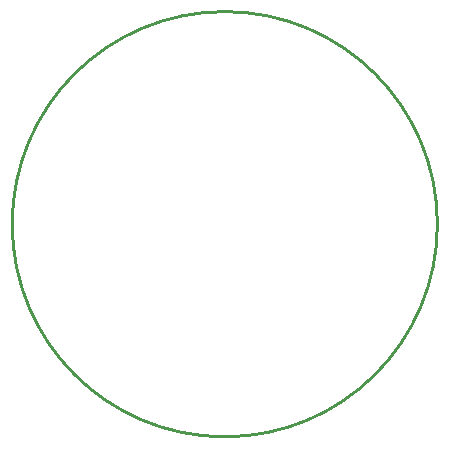
<source format=gm1>
G04*
G04 #@! TF.GenerationSoftware,Altium Limited,Altium Designer,20.0.2 (26)*
G04*
G04 Layer_Color=16711935*
%FSLAX44Y44*%
%MOMM*%
G71*
G01*
G75*
%ADD11C,0.2540*%
D11*
X180000Y0D02*
G03*
X180000Y0I-180000J0D01*
G01*
D02*
G03*
X180000Y0I-180000J0D01*
G01*
M02*

</source>
